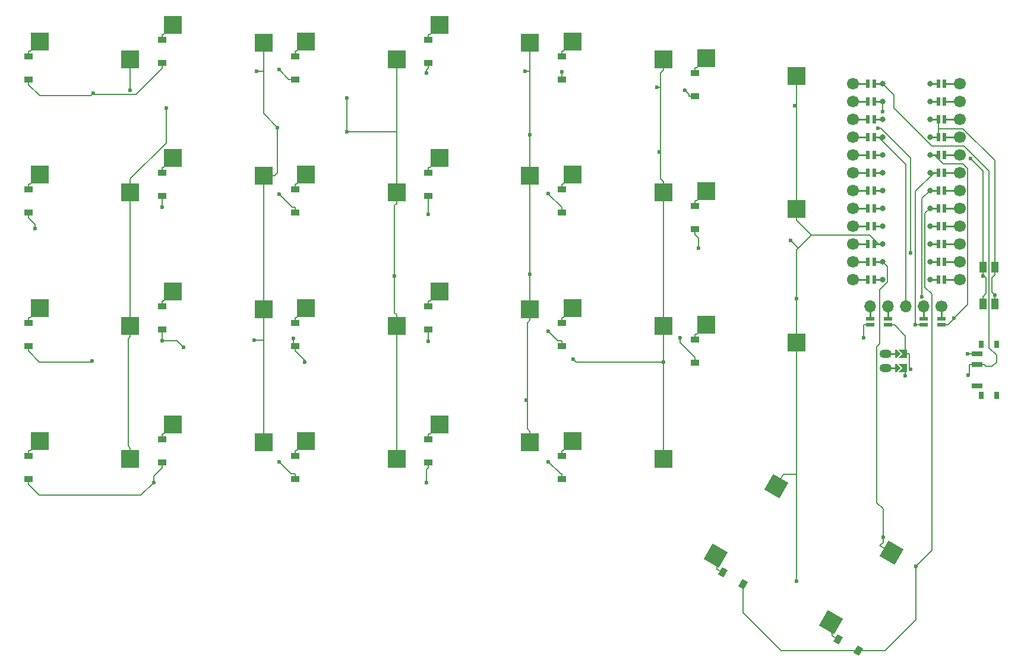
<source format=gbr>
%TF.GenerationSoftware,KiCad,Pcbnew,9.0.2*%
%TF.CreationDate,2025-06-15T23:24:51+08:00*%
%TF.ProjectId,eggada50_wireless_autorouted_manually_routed,65676761-6461-4353-905f-776972656c65,0.2*%
%TF.SameCoordinates,Original*%
%TF.FileFunction,Copper,L1,Top*%
%TF.FilePolarity,Positive*%
%FSLAX46Y46*%
G04 Gerber Fmt 4.6, Leading zero omitted, Abs format (unit mm)*
G04 Created by KiCad (PCBNEW 9.0.2) date 2025-06-15 23:24:51*
%MOMM*%
%LPD*%
G01*
G04 APERTURE LIST*
G04 Aperture macros list*
%AMRotRect*
0 Rectangle, with rotation*
0 The origin of the aperture is its center*
0 $1 length*
0 $2 width*
0 $3 Rotation angle, in degrees counterclockwise*
0 Add horizontal line*
21,1,$1,$2,0,0,$3*%
%AMFreePoly0*
4,1,6,0.600000,-1.000000,0.000000,-0.400000,-0.600000,-1.000000,-0.600000,0.250000,0.600000,0.250000,0.600000,-1.000000,0.600000,-1.000000,$1*%
%AMFreePoly1*
4,1,6,0.600000,-0.200000,0.600000,-0.400000,-0.600000,-0.400000,-0.600000,-0.200000,0.000000,0.400000,0.600000,-0.200000,0.600000,-0.200000,$1*%
G04 Aperture macros list end*
%TA.AperFunction,SMDPad,CuDef*%
%ADD10R,1.200000X0.900000*%
%TD*%
%TA.AperFunction,SMDPad,CuDef*%
%ADD11R,2.550000X2.500000*%
%TD*%
%TA.AperFunction,SMDPad,CuDef*%
%ADD12R,0.800000X1.000000*%
%TD*%
%TA.AperFunction,SMDPad,CuDef*%
%ADD13R,1.500000X0.700000*%
%TD*%
%TA.AperFunction,ComponentPad*%
%ADD14O,1.700000X1.700000*%
%TD*%
%TA.AperFunction,ComponentPad*%
%ADD15C,1.700000*%
%TD*%
%TA.AperFunction,SMDPad,CuDef*%
%ADD16R,1.200000X0.600000*%
%TD*%
%TA.AperFunction,SMDPad,CuDef*%
%ADD17FreePoly0,270.000000*%
%TD*%
%TA.AperFunction,ComponentPad*%
%ADD18O,1.750000X1.200000*%
%TD*%
%TA.AperFunction,SMDPad,CuDef*%
%ADD19FreePoly1,270.000000*%
%TD*%
%TA.AperFunction,SMDPad,CuDef*%
%ADD20R,1.000000X1.550000*%
%TD*%
%TA.AperFunction,SMDPad,CuDef*%
%ADD21RotRect,2.550000X2.500000X60.000000*%
%TD*%
%TA.AperFunction,SMDPad,CuDef*%
%ADD22R,0.600000X1.200000*%
%TD*%
%TA.AperFunction,ComponentPad*%
%ADD23C,0.800000*%
%TD*%
%TA.AperFunction,SMDPad,CuDef*%
%ADD24RotRect,0.900000X1.200000X150.000000*%
%TD*%
%TA.AperFunction,ViaPad*%
%ADD25C,0.600000*%
%TD*%
%TA.AperFunction,Conductor*%
%ADD26C,0.200000*%
%TD*%
%TA.AperFunction,Conductor*%
%ADD27C,0.250000*%
%TD*%
G04 APERTURE END LIST*
D10*
%TO.P,D31,1*%
%TO.N,R1*%
X111600000Y-78950000D03*
%TO.P,D31,2*%
%TO.N,pinky_bottom_F*%
X111600000Y-75650000D03*
%TD*%
D11*
%TO.P,S35,1*%
%TO.N,C2*%
X145085000Y-78460000D03*
%TO.P,S35,2*%
%TO.N,ring_bottom_F*%
X132158000Y-75920000D03*
%TD*%
D10*
%TO.P,D28,1*%
%TO.N,R2*%
X92600000Y-62325000D03*
%TO.P,D28,2*%
%TO.N,outer_home_F*%
X92600000Y-59025000D03*
%TD*%
%TO.P,D33,1*%
%TO.N,R3*%
X111600000Y-40950000D03*
%TO.P,D33,2*%
%TO.N,pinky_top_F*%
X111600000Y-37650000D03*
%TD*%
%TO.P,D47,1*%
%TO.N,R2*%
X187600000Y-64700000D03*
%TO.P,D47,2*%
%TO.N,inner_home_F*%
X187600000Y-61400000D03*
%TD*%
D12*
%TO.P,PWR1,*%
%TO.N,*%
X228415000Y-81100000D03*
X228415000Y-88400000D03*
X230625000Y-81100000D03*
X230625000Y-88400000D03*
D13*
%TO.P,PWR1,1*%
%TO.N,N/C*%
X227765000Y-87000000D03*
%TO.P,PWR1,2*%
%TO.N,RAW*%
X227765000Y-84000000D03*
%TO.P,PWR1,3*%
%TO.N,BAT_P*%
X227765000Y-82500000D03*
%TD*%
D14*
%TO.P,DISP1,1*%
%TO.N,DISP1_1*%
X212567000Y-75700000D03*
%TO.P,DISP1,2*%
%TO.N,DISP1_2*%
X215107000Y-75700000D03*
%TO.P,DISP1,3*%
%TO.N,VCC*%
X217647000Y-75700000D03*
%TO.P,DISP1,4*%
%TO.N,DISP1_4*%
X220187000Y-75700000D03*
D15*
%TO.P,DISP1,5*%
%TO.N,DISP1_5*%
X222727000Y-75700000D03*
D16*
%TO.P,DISP1,10*%
%TO.N,CS*%
X212567000Y-78350000D03*
%TO.P,DISP1,11*%
%TO.N,GND*%
X215107000Y-78350000D03*
%TO.P,DISP1,12*%
%TO.N,SCL*%
X220187000Y-78350000D03*
%TO.P,DISP1,13*%
%TO.N,SDA*%
X222727000Y-78350000D03*
%TO.P,DISP1,14*%
%TO.N,DISP1_1*%
X212567000Y-77450000D03*
%TO.P,DISP1,15*%
%TO.N,DISP1_2*%
X215107000Y-77450000D03*
%TO.P,DISP1,16*%
%TO.N,DISP1_4*%
X220187000Y-77450000D03*
%TO.P,DISP1,17*%
%TO.N,DISP1_5*%
X222727000Y-77450000D03*
%TD*%
D11*
%TO.P,S42,1*%
%TO.N,C4*%
X183085000Y-97460000D03*
%TO.P,S42,2*%
%TO.N,index_mod_F*%
X170158000Y-94920000D03*
%TD*%
D10*
%TO.P,D37,1*%
%TO.N,R3*%
X130600000Y-43325000D03*
%TO.P,D37,2*%
%TO.N,ring_top_F*%
X130600000Y-40025000D03*
%TD*%
%TO.P,D41,1*%
%TO.N,R3*%
X149600000Y-40950000D03*
%TO.P,D41,2*%
%TO.N,middle_top_F*%
X149600000Y-37650000D03*
%TD*%
D11*
%TO.P,S27,1*%
%TO.N,C0*%
X107085000Y-78460000D03*
%TO.P,S27,2*%
%TO.N,outer_bottom_F*%
X94158000Y-75920000D03*
%TD*%
%TO.P,S31,1*%
%TO.N,C1*%
X126085000Y-76085000D03*
%TO.P,S31,2*%
%TO.N,pinky_bottom_F*%
X113158000Y-73545000D03*
%TD*%
D17*
%TO.P,JST1,1*%
%TO.N,BAT_P*%
X217566000Y-84500000D03*
%TO.P,JST1,2*%
%TO.N,GND*%
X217566000Y-82500000D03*
D18*
%TO.P,JST1,11*%
%TO.N,JST1_1*%
X214750000Y-84500000D03*
%TO.P,JST1,12*%
%TO.N,JST1_2*%
X214750000Y-82500000D03*
D19*
%TO.P,JST1,21*%
%TO.N,JST1_1*%
X216550000Y-84500000D03*
%TO.P,JST1,22*%
%TO.N,JST1_2*%
X216550000Y-82500000D03*
%TD*%
D10*
%TO.P,D26,1*%
%TO.N,R0*%
X92600000Y-100325000D03*
%TO.P,D26,2*%
%TO.N,outer_mod_F*%
X92600000Y-97025000D03*
%TD*%
D20*
%TO.P,RST1,1*%
%TO.N,GND*%
X230350000Y-75375000D03*
%TO.P,RST1,2*%
%TO.N,RST*%
X228650000Y-75375000D03*
%TO.P,RST1,3*%
%TO.N,GND*%
X230350000Y-70125000D03*
%TO.P,RST1,4*%
%TO.N,RST*%
X228650000Y-70125000D03*
%TD*%
D11*
%TO.P,S28,1*%
%TO.N,C0*%
X107085000Y-59460000D03*
%TO.P,S28,2*%
%TO.N,outer_home_F*%
X94158000Y-56920000D03*
%TD*%
%TO.P,S38,1*%
%TO.N,C3*%
X164085000Y-95085000D03*
%TO.P,S38,2*%
%TO.N,middle_mod_F*%
X151158000Y-92545000D03*
%TD*%
D10*
%TO.P,D40,1*%
%TO.N,R2*%
X149600000Y-59950000D03*
%TO.P,D40,2*%
%TO.N,middle_home_F*%
X149600000Y-56650000D03*
%TD*%
D11*
%TO.P,S47,1*%
%TO.N,C5*%
X202085000Y-61835000D03*
%TO.P,S47,2*%
%TO.N,inner_home_F*%
X189158000Y-59295000D03*
%TD*%
%TO.P,S33,1*%
%TO.N,C1*%
X126085000Y-38085000D03*
%TO.P,S33,2*%
%TO.N,pinky_top_F*%
X113158000Y-35545000D03*
%TD*%
D10*
%TO.P,D34,1*%
%TO.N,R0*%
X130600000Y-100325000D03*
%TO.P,D34,2*%
%TO.N,ring_mod_F*%
X130600000Y-97025000D03*
%TD*%
D11*
%TO.P,S46,1*%
%TO.N,C5*%
X202085000Y-80835000D03*
%TO.P,S46,2*%
%TO.N,inner_bottom_F*%
X189158000Y-78295000D03*
%TD*%
D10*
%TO.P,D32,1*%
%TO.N,R2*%
X111600000Y-59950000D03*
%TO.P,D32,2*%
%TO.N,pinky_home_F*%
X111600000Y-56650000D03*
%TD*%
%TO.P,D38,1*%
%TO.N,R0*%
X149600000Y-97950000D03*
%TO.P,D38,2*%
%TO.N,middle_mod_F*%
X149600000Y-94650000D03*
%TD*%
D11*
%TO.P,S37,1*%
%TO.N,C2*%
X145085000Y-40460000D03*
%TO.P,S37,2*%
%TO.N,ring_top_F*%
X132158000Y-37920000D03*
%TD*%
D21*
%TO.P,S50,1*%
%TO.N,C6*%
X215647295Y-110834210D03*
%TO.P,S50,2*%
%TO.N,reachy_default_F*%
X206984091Y-120759320D03*
%TD*%
D10*
%TO.P,D48,1*%
%TO.N,R3*%
X187600000Y-45700000D03*
%TO.P,D48,2*%
%TO.N,inner_top_F*%
X187600000Y-42400000D03*
%TD*%
%TO.P,D45,1*%
%TO.N,R3*%
X168600000Y-43325000D03*
%TO.P,D45,2*%
%TO.N,index_top_F*%
X168600000Y-40025000D03*
%TD*%
D11*
%TO.P,S39,1*%
%TO.N,C3*%
X164085000Y-76085000D03*
%TO.P,S39,2*%
%TO.N,middle_bottom_F*%
X151158000Y-73545000D03*
%TD*%
D22*
%TO.P,MCU1,1*%
%TO.N,MCU1_1*%
X223184000Y-43920000D03*
D15*
X225324000Y-43920000D03*
D22*
%TO.P,MCU1,2*%
%TO.N,MCU1_2*%
X223184000Y-46460000D03*
D15*
X225324000Y-46460000D03*
D22*
%TO.P,MCU1,3*%
%TO.N,MCU1_3*%
X223184000Y-49000000D03*
D15*
X225324000Y-49000000D03*
D22*
%TO.P,MCU1,4*%
%TO.N,MCU1_4*%
X223184000Y-51540000D03*
D15*
X225324000Y-51540000D03*
D22*
%TO.P,MCU1,5*%
%TO.N,MCU1_5*%
X223184000Y-54080000D03*
D15*
X225324000Y-54080000D03*
D22*
%TO.P,MCU1,6*%
%TO.N,MCU1_6*%
X223184000Y-56620000D03*
D15*
X225324000Y-56620000D03*
D22*
%TO.P,MCU1,7*%
%TO.N,MCU1_7*%
X223184000Y-59160000D03*
D15*
X225324000Y-59160000D03*
D22*
%TO.P,MCU1,8*%
%TO.N,MCU1_8*%
X223184000Y-61700000D03*
D15*
X225324000Y-61700000D03*
D22*
%TO.P,MCU1,9*%
%TO.N,MCU1_9*%
X223184000Y-64240000D03*
D15*
X225324000Y-64240000D03*
D22*
%TO.P,MCU1,10*%
%TO.N,MCU1_10*%
X223184000Y-66780000D03*
D15*
X225324000Y-66780000D03*
D22*
%TO.P,MCU1,11*%
%TO.N,MCU1_11*%
X223184000Y-69320000D03*
D15*
X225324000Y-69320000D03*
D22*
%TO.P,MCU1,12*%
%TO.N,MCU1_12*%
X223184000Y-71860000D03*
D15*
X225324000Y-71860000D03*
%TO.P,MCU1,13*%
%TO.N,MCU1_13*%
X210084000Y-71860000D03*
D22*
X212224000Y-71860000D03*
D15*
%TO.P,MCU1,14*%
%TO.N,MCU1_14*%
X210084000Y-69320000D03*
D22*
X212224000Y-69320000D03*
D15*
%TO.P,MCU1,15*%
%TO.N,MCU1_15*%
X210084000Y-66780000D03*
D22*
X212224000Y-66780000D03*
D15*
%TO.P,MCU1,16*%
%TO.N,MCU1_16*%
X210084000Y-64240000D03*
D22*
X212224000Y-64240000D03*
D15*
%TO.P,MCU1,17*%
%TO.N,MCU1_17*%
X210084000Y-61700000D03*
D22*
X212224000Y-61700000D03*
D15*
%TO.P,MCU1,18*%
%TO.N,MCU1_18*%
X210084000Y-59160000D03*
D22*
X212224000Y-59160000D03*
D15*
%TO.P,MCU1,19*%
%TO.N,MCU1_19*%
X210084000Y-56620000D03*
D22*
X212224000Y-56620000D03*
D15*
%TO.P,MCU1,20*%
%TO.N,MCU1_20*%
X210084000Y-54080000D03*
D22*
X212224000Y-54080000D03*
D15*
%TO.P,MCU1,21*%
%TO.N,MCU1_21*%
X210084000Y-51540000D03*
D22*
X212224000Y-51540000D03*
D15*
%TO.P,MCU1,22*%
%TO.N,MCU1_22*%
X210084000Y-49000000D03*
D22*
X212224000Y-49000000D03*
D15*
%TO.P,MCU1,23*%
%TO.N,MCU1_23*%
X210084000Y-46460000D03*
D22*
X212224000Y-46460000D03*
D15*
%TO.P,MCU1,24*%
%TO.N,MCU1_24*%
X210084000Y-43920000D03*
D22*
X212224000Y-43920000D03*
D23*
%TO.P,MCU1,101*%
%TO.N,LED*%
X221104000Y-43920000D03*
D22*
X222284000Y-43920000D03*
D23*
%TO.P,MCU1,102*%
%TO.N,DAT*%
X221104000Y-46460000D03*
D22*
X222284000Y-46460000D03*
D23*
%TO.P,MCU1,103*%
%TO.N,GND*%
X221104000Y-49000000D03*
D22*
X222284000Y-49000000D03*
D23*
%TO.P,MCU1,104*%
X221104000Y-51540000D03*
D22*
X222284000Y-51540000D03*
D23*
%TO.P,MCU1,105*%
%TO.N,SDA*%
X221104000Y-54080000D03*
D22*
X222284000Y-54080000D03*
D23*
%TO.P,MCU1,106*%
%TO.N,SCL*%
X221104000Y-56620000D03*
D22*
X222284000Y-56620000D03*
D23*
%TO.P,MCU1,107*%
%TO.N,CS*%
X221104000Y-59160000D03*
D22*
X222284000Y-59160000D03*
D23*
%TO.P,MCU1,108*%
%TO.N,R0*%
X221104000Y-61700000D03*
D22*
X222284000Y-61700000D03*
D23*
%TO.P,MCU1,109*%
%TO.N,R1*%
X221104000Y-64240000D03*
D22*
X222284000Y-64240000D03*
D23*
%TO.P,MCU1,110*%
%TO.N,R2*%
X221104000Y-66780000D03*
D22*
X222284000Y-66780000D03*
D23*
%TO.P,MCU1,111*%
%TO.N,R3*%
X221104000Y-69320000D03*
D22*
X222284000Y-69320000D03*
D23*
%TO.P,MCU1,112*%
%TO.N,P9*%
X221104000Y-71860000D03*
D22*
X222284000Y-71860000D03*
%TO.P,MCU1,113*%
%TO.N,P10*%
X213124000Y-71860000D03*
D23*
X214304000Y-71860000D03*
D22*
%TO.P,MCU1,114*%
%TO.N,C6*%
X213124000Y-69320000D03*
D23*
X214304000Y-69320000D03*
D22*
%TO.P,MCU1,115*%
%TO.N,C5*%
X213124000Y-66780000D03*
D23*
X214304000Y-66780000D03*
D22*
%TO.P,MCU1,116*%
%TO.N,C4*%
X213124000Y-64240000D03*
D23*
X214304000Y-64240000D03*
D22*
%TO.P,MCU1,117*%
%TO.N,C3*%
X213124000Y-61700000D03*
D23*
X214304000Y-61700000D03*
D22*
%TO.P,MCU1,118*%
%TO.N,C2*%
X213124000Y-59160000D03*
D23*
X214304000Y-59160000D03*
D22*
%TO.P,MCU1,119*%
%TO.N,C1*%
X213124000Y-56620000D03*
D23*
X214304000Y-56620000D03*
D22*
%TO.P,MCU1,120*%
%TO.N,C0*%
X213124000Y-54080000D03*
D23*
X214304000Y-54080000D03*
D22*
%TO.P,MCU1,121*%
%TO.N,VCC*%
X213124000Y-51540000D03*
D23*
X214304000Y-51540000D03*
D22*
%TO.P,MCU1,122*%
%TO.N,RST*%
X213124000Y-49000000D03*
D23*
X214304000Y-49000000D03*
D22*
%TO.P,MCU1,123*%
%TO.N,GND*%
X213124000Y-46460000D03*
D23*
X214304000Y-46460000D03*
D22*
%TO.P,MCU1,124*%
%TO.N,RAW*%
X213124000Y-43920000D03*
D23*
X214304000Y-43920000D03*
%TD*%
D11*
%TO.P,S34,1*%
%TO.N,C2*%
X145085000Y-97460000D03*
%TO.P,S34,2*%
%TO.N,ring_mod_F*%
X132158000Y-94920000D03*
%TD*%
D10*
%TO.P,D29,1*%
%TO.N,R3*%
X92600000Y-43325000D03*
%TO.P,D29,2*%
%TO.N,outer_top_F*%
X92600000Y-40025000D03*
%TD*%
D21*
%TO.P,S49,1*%
%TO.N,C5*%
X199192795Y-101334210D03*
%TO.P,S49,2*%
%TO.N,tucky_default_F*%
X190529591Y-111259320D03*
%TD*%
D10*
%TO.P,D36,1*%
%TO.N,R2*%
X130600000Y-62325000D03*
%TO.P,D36,2*%
%TO.N,ring_home_F*%
X130600000Y-59025000D03*
%TD*%
%TO.P,D35,1*%
%TO.N,R1*%
X130600000Y-81325000D03*
%TO.P,D35,2*%
%TO.N,ring_bottom_F*%
X130600000Y-78025000D03*
%TD*%
D11*
%TO.P,S32,1*%
%TO.N,C1*%
X126085000Y-57085000D03*
%TO.P,S32,2*%
%TO.N,pinky_home_F*%
X113158000Y-54545000D03*
%TD*%
%TO.P,S44,1*%
%TO.N,C4*%
X183085000Y-59460000D03*
%TO.P,S44,2*%
%TO.N,index_home_F*%
X170158000Y-56920000D03*
%TD*%
D10*
%TO.P,D46,1*%
%TO.N,R1*%
X187600000Y-83700000D03*
%TO.P,D46,2*%
%TO.N,inner_bottom_F*%
X187600000Y-80400000D03*
%TD*%
D11*
%TO.P,S48,1*%
%TO.N,C5*%
X202085000Y-42835000D03*
%TO.P,S48,2*%
%TO.N,inner_top_F*%
X189158000Y-40295000D03*
%TD*%
D10*
%TO.P,D39,1*%
%TO.N,R1*%
X149600000Y-78950000D03*
%TO.P,D39,2*%
%TO.N,middle_bottom_F*%
X149600000Y-75650000D03*
%TD*%
%TO.P,D30,1*%
%TO.N,R0*%
X111600000Y-97950000D03*
%TO.P,D30,2*%
%TO.N,pinky_mod_F*%
X111600000Y-94650000D03*
%TD*%
D11*
%TO.P,S45,1*%
%TO.N,C4*%
X183085000Y-40460000D03*
%TO.P,S45,2*%
%TO.N,index_top_F*%
X170158000Y-37920000D03*
%TD*%
D10*
%TO.P,D27,1*%
%TO.N,R1*%
X92600000Y-81325000D03*
%TO.P,D27,2*%
%TO.N,outer_bottom_F*%
X92600000Y-78025000D03*
%TD*%
D24*
%TO.P,D50,1*%
%TO.N,R0*%
X210885942Y-124811100D03*
%TO.P,D50,2*%
%TO.N,reachy_default_F*%
X208028058Y-123161100D03*
%TD*%
D11*
%TO.P,S40,1*%
%TO.N,C3*%
X164085000Y-57085000D03*
%TO.P,S40,2*%
%TO.N,middle_home_F*%
X151158000Y-54545000D03*
%TD*%
%TO.P,S36,1*%
%TO.N,C2*%
X145085000Y-59460000D03*
%TO.P,S36,2*%
%TO.N,ring_home_F*%
X132158000Y-56920000D03*
%TD*%
%TO.P,S29,1*%
%TO.N,C0*%
X107085000Y-40460000D03*
%TO.P,S29,2*%
%TO.N,outer_top_F*%
X94158000Y-37920000D03*
%TD*%
D24*
%TO.P,D49,1*%
%TO.N,R0*%
X194431442Y-115311100D03*
%TO.P,D49,2*%
%TO.N,tucky_default_F*%
X191573558Y-113661100D03*
%TD*%
D10*
%TO.P,D44,1*%
%TO.N,R2*%
X168600000Y-62325000D03*
%TO.P,D44,2*%
%TO.N,index_home_F*%
X168600000Y-59025000D03*
%TD*%
D11*
%TO.P,S41,1*%
%TO.N,C3*%
X164085000Y-38085000D03*
%TO.P,S41,2*%
%TO.N,middle_top_F*%
X151158000Y-35545000D03*
%TD*%
%TO.P,S43,1*%
%TO.N,C4*%
X183085000Y-78460000D03*
%TO.P,S43,2*%
%TO.N,index_bottom_F*%
X170158000Y-75920000D03*
%TD*%
D10*
%TO.P,D42,1*%
%TO.N,R0*%
X168600000Y-100325000D03*
%TO.P,D42,2*%
%TO.N,index_mod_F*%
X168600000Y-97025000D03*
%TD*%
D11*
%TO.P,S26,1*%
%TO.N,C0*%
X107085000Y-97460000D03*
%TO.P,S26,2*%
%TO.N,outer_mod_F*%
X94158000Y-94920000D03*
%TD*%
%TO.P,S30,1*%
%TO.N,C1*%
X126085000Y-95085000D03*
%TO.P,S30,2*%
%TO.N,pinky_mod_F*%
X113158000Y-92545000D03*
%TD*%
D10*
%TO.P,D43,1*%
%TO.N,R1*%
X168600000Y-81325000D03*
%TO.P,D43,2*%
%TO.N,index_bottom_F*%
X168600000Y-78025000D03*
%TD*%
D25*
%TO.N,C4*%
X170220000Y-83190000D03*
%TO.N,C0*%
X112218500Y-47380900D03*
X107085000Y-44829600D03*
%TO.N,GND*%
X218319700Y-84702000D03*
X214304000Y-47955000D03*
X230350000Y-74068600D03*
%TO.N,C1*%
X128091500Y-50163900D03*
X125123600Y-42187600D03*
X124757200Y-80479500D03*
%TO.N,C2*%
X138009300Y-46008300D03*
X138009300Y-50814000D03*
X144778800Y-71372700D03*
%TO.N,C3*%
X164085000Y-71098000D03*
X164085000Y-51234300D03*
X163358000Y-42200000D03*
X163542600Y-89033700D03*
%TO.N,C4*%
X183085000Y-83630100D03*
X182535000Y-53711700D03*
X182150800Y-44480900D03*
%TO.N,C5*%
X202027100Y-114880600D03*
X201769000Y-47082800D03*
X202085000Y-74555600D03*
X201202300Y-66312300D03*
%TO.N,C6*%
X214406200Y-108650800D03*
%TO.N,R0*%
X219084100Y-112751000D03*
X110429300Y-100807700D03*
X149327900Y-100807700D03*
X128320000Y-97864200D03*
X166712500Y-97864200D03*
%TO.N,R1*%
X185500000Y-80203200D03*
X101644300Y-83454000D03*
X130346800Y-80292500D03*
X114710200Y-81504500D03*
X111600000Y-80573300D03*
X149600000Y-80692500D03*
X166712500Y-79220700D03*
X131942900Y-83627300D03*
%TO.N,R2*%
X111600000Y-61573300D03*
X188064900Y-67360000D03*
X93493600Y-64621800D03*
X128320000Y-59702700D03*
X166712500Y-59598700D03*
X149600000Y-62542200D03*
%TO.N,R3*%
X186138800Y-44881200D03*
X213657700Y-50270000D03*
X128320000Y-41937700D03*
X168600000Y-42272200D03*
X149327900Y-42404700D03*
X218338900Y-68055000D03*
X101777700Y-45321300D03*
%TO.N,RAW*%
X226501700Y-85500000D03*
%TO.N,RST*%
X228650000Y-71401800D03*
X226877200Y-54637600D03*
%TO.N,SDA*%
X224509300Y-77423000D03*
%TO.N,SCL*%
X219030700Y-78350000D03*
%TO.N,CS*%
X211665300Y-80201100D03*
X219952500Y-74329700D03*
%TO.N,BAT_P*%
X226425800Y-82500000D03*
X217566000Y-85634000D03*
%TD*%
D26*
%TO.N,C4*%
X170220000Y-83190000D02*
X170660100Y-83630100D01*
X170660100Y-83630100D02*
X183085000Y-83630100D01*
%TO.N,C5*%
X202085000Y-114822700D02*
X202027100Y-114880600D01*
X202085000Y-99550800D02*
X202085000Y-114822700D01*
X202085000Y-99550800D02*
X202027100Y-99608700D01*
%TO.N,R0*%
X219084100Y-120415900D02*
X219084100Y-112751000D01*
X214688900Y-124811100D02*
X219084100Y-120415900D01*
X210885942Y-124811100D02*
X214688900Y-124811100D01*
X199891100Y-124811100D02*
X210885942Y-124811100D01*
X194431442Y-115311100D02*
X194431442Y-119351442D01*
X194431442Y-119351442D02*
X199891100Y-124811100D01*
%TO.N,C0*%
X106778800Y-95602100D02*
X107085000Y-95908300D01*
X107085000Y-57510000D02*
X112218500Y-52376500D01*
X107085000Y-78460000D02*
X107085000Y-80011700D01*
X107085000Y-80011700D02*
X106778800Y-80317900D01*
D27*
X213124000Y-54080000D02*
X214304000Y-54080000D01*
D26*
X106778800Y-80317900D02*
X106778800Y-95602100D01*
X107085000Y-59460000D02*
X107085000Y-57510000D01*
X107085000Y-97460000D02*
X107085000Y-95908300D01*
X112218500Y-52376500D02*
X112218500Y-47380900D01*
X107085000Y-40460000D02*
X107085000Y-44829600D01*
X107085000Y-59460000D02*
X107085000Y-78460000D01*
%TO.N,GND*%
X230350000Y-54892500D02*
X225802400Y-50344900D01*
X216008700Y-78350000D02*
X217566000Y-79907300D01*
X215107000Y-78350000D02*
X216008700Y-78350000D01*
X222284000Y-51540000D02*
X222284000Y-50344900D01*
X225802400Y-50344900D02*
X222284000Y-50344900D01*
X222284000Y-50344900D02*
X222284000Y-49000000D01*
X230350000Y-71201700D02*
X229902900Y-71648800D01*
X230350000Y-70663300D02*
X230350000Y-71201700D01*
X229902900Y-71648800D02*
X229902900Y-73621500D01*
D27*
X222284000Y-51540000D02*
X221104000Y-51540000D01*
D26*
X214304000Y-46460000D02*
X214304000Y-47955000D01*
X230350000Y-70663300D02*
X230350000Y-70125000D01*
X218117700Y-82500000D02*
X218117700Y-84500000D01*
D27*
X213124000Y-46460000D02*
X214304000Y-46460000D01*
D26*
X230350000Y-70125000D02*
X230350000Y-54892500D01*
X229902900Y-73621500D02*
X230350000Y-74068600D01*
X230350000Y-75375000D02*
X230350000Y-74836600D01*
X217566000Y-82500000D02*
X218117700Y-82500000D01*
D27*
X222284000Y-49000000D02*
X221104000Y-49000000D01*
D26*
X230350000Y-74836600D02*
X230350000Y-74068600D01*
X218117700Y-84500000D02*
X218319700Y-84702000D01*
X217566000Y-79907300D02*
X217566000Y-82500000D01*
%TO.N,C1*%
X126085000Y-48157400D02*
X128091500Y-50163900D01*
X126873400Y-57085000D02*
X127661700Y-57085000D01*
X126085000Y-57873400D02*
X126085000Y-76085000D01*
X126873400Y-57085000D02*
X126085000Y-57873400D01*
X126085000Y-80479500D02*
X124757200Y-80479500D01*
X125123600Y-42187600D02*
X126085000Y-42187600D01*
X126085000Y-57085000D02*
X126873400Y-57085000D01*
X128091500Y-56655200D02*
X128091500Y-50163900D01*
X126085000Y-42187600D02*
X126085000Y-48157400D01*
X126085000Y-80479500D02*
X126085000Y-93533300D01*
X126085000Y-76085000D02*
X126085000Y-80479500D01*
D27*
X213124000Y-56620000D02*
X214304000Y-56620000D01*
D26*
X127661700Y-57085000D02*
X128091500Y-56655200D01*
X126085000Y-38085000D02*
X126085000Y-42187600D01*
X126085000Y-95085000D02*
X126085000Y-93533300D01*
%TO.N,C2*%
X145085000Y-40460000D02*
X145085000Y-50814000D01*
X138009300Y-50814000D02*
X138009300Y-46008300D01*
X144778800Y-61317900D02*
X144778800Y-71372700D01*
X144778800Y-76602100D02*
X145085000Y-76908300D01*
X144778800Y-71372700D02*
X144778800Y-76602100D01*
D27*
X213124000Y-59160000D02*
X214304000Y-59160000D01*
D26*
X145085000Y-59460000D02*
X145085000Y-61011700D01*
X145085000Y-78460000D02*
X145085000Y-76908300D01*
X145085000Y-61011700D02*
X144778800Y-61317900D01*
X145085000Y-50814000D02*
X145085000Y-59460000D01*
X145085000Y-78460000D02*
X145085000Y-97460000D01*
X145085000Y-50814000D02*
X138009300Y-50814000D01*
%TO.N,C3*%
X164085000Y-42200000D02*
X164085000Y-51234300D01*
X164085000Y-51234300D02*
X164085000Y-57085000D01*
X164085000Y-71098000D02*
X164085000Y-76085000D01*
X163702200Y-93150500D02*
X164085000Y-93533300D01*
X163702200Y-78019500D02*
X163702200Y-89033700D01*
X164085000Y-77636700D02*
X163702200Y-78019500D01*
X163358000Y-42200000D02*
X164085000Y-42200000D01*
X163702200Y-89033700D02*
X163702200Y-93150500D01*
X164085000Y-76085000D02*
X164085000Y-77636700D01*
D27*
X213124000Y-61700000D02*
X214304000Y-61700000D01*
D26*
X164085000Y-57085000D02*
X164085000Y-71098000D01*
X164085000Y-38085000D02*
X164085000Y-42200000D01*
X164085000Y-95085000D02*
X164085000Y-93533300D01*
X163702200Y-89033700D02*
X163542600Y-89033700D01*
%TO.N,C4*%
X182702200Y-53711700D02*
X182702200Y-57525500D01*
X183085000Y-59460000D02*
X183085000Y-57908300D01*
X183085000Y-83630100D02*
X183085000Y-97460000D01*
X182702200Y-44480900D02*
X182702200Y-53711700D01*
X183085000Y-42011700D02*
X182702200Y-42394500D01*
X183085000Y-59460000D02*
X183085000Y-78460000D01*
X182150800Y-44480900D02*
X182702200Y-44480900D01*
X183085000Y-40460000D02*
X183085000Y-42011700D01*
X182702200Y-42394500D02*
X182702200Y-44480900D01*
X183085000Y-82949800D02*
X183085000Y-83630100D01*
D27*
X213124000Y-64240000D02*
X214304000Y-64240000D01*
D26*
X182702200Y-53711700D02*
X182535000Y-53711700D01*
X182702200Y-57525500D02*
X183085000Y-57908300D01*
X183085000Y-78460000D02*
X183085000Y-82949800D01*
%TO.N,C5*%
X202304200Y-67414100D02*
X202085000Y-67633300D01*
X202085000Y-61835000D02*
X202085000Y-63386700D01*
X212444000Y-65510000D02*
X204208300Y-65510000D01*
X202085000Y-47082800D02*
X202085000Y-61835000D01*
X204208300Y-65510000D02*
X202085000Y-63386700D01*
X213714000Y-66780000D02*
X212444000Y-65510000D01*
X200189100Y-99608700D02*
X202027100Y-99608700D01*
X201202300Y-66312300D02*
X202304200Y-67414100D01*
X201769000Y-47082800D02*
X202085000Y-47082800D01*
X202085000Y-74555600D02*
X202085000Y-80835000D01*
X202085000Y-67633300D02*
X202085000Y-74555600D01*
X202085000Y-42835000D02*
X202085000Y-47082800D01*
D27*
X213124000Y-66780000D02*
X213714000Y-66780000D01*
X213714000Y-66780000D02*
X214304000Y-66780000D01*
D26*
X199192800Y-101334200D02*
X200189100Y-99608700D01*
X202085000Y-80835000D02*
X202085000Y-99550800D01*
X204208300Y-65510000D02*
X202304200Y-67414100D01*
%TO.N,C6*%
X213923700Y-81029300D02*
X213527400Y-81425600D01*
X214304000Y-69320000D02*
X215010800Y-70026800D01*
X214406200Y-109378400D02*
X213937600Y-109847000D01*
X213527400Y-81425600D02*
X213527400Y-103702900D01*
D27*
X213124000Y-69320000D02*
X214304000Y-69320000D01*
D26*
X214406200Y-104581700D02*
X214406200Y-108650800D01*
X214406200Y-108650800D02*
X214406200Y-109378400D01*
X213527400Y-103702900D02*
X214406200Y-104581700D01*
X215010800Y-70026800D02*
X215010800Y-72244300D01*
X215010800Y-72244300D02*
X213923700Y-73331400D01*
X213923700Y-73331400D02*
X213923700Y-81029300D01*
X215647300Y-110834200D02*
X213937600Y-109847000D01*
%TO.N,R0*%
X168600000Y-100325000D02*
X168600000Y-99573300D01*
X92600000Y-100325000D02*
X92600000Y-101076700D01*
X220368700Y-72965800D02*
X220368700Y-62435300D01*
X111600000Y-98701700D02*
X110429300Y-99872400D01*
D27*
X222284000Y-61700000D02*
X221104000Y-61700000D01*
D26*
X111600000Y-97950000D02*
X111600000Y-98701700D01*
X221347700Y-73944800D02*
X220368700Y-72965800D01*
X130600000Y-100325000D02*
X130600000Y-99573300D01*
X168421600Y-99573300D02*
X166712500Y-97864200D01*
X92600000Y-101076700D02*
X94132200Y-102608900D01*
X220368700Y-62435300D02*
X221104000Y-61700000D01*
X94132200Y-102608900D02*
X108628100Y-102608900D01*
X130600000Y-99573300D02*
X130029100Y-99573300D01*
X110429300Y-99872400D02*
X110429300Y-100807700D01*
X108628100Y-102608900D02*
X110429300Y-100807700D01*
X130029100Y-99573300D02*
X128320000Y-97864200D01*
X149600000Y-98701700D02*
X149327900Y-98973800D01*
X149327900Y-98973800D02*
X149327900Y-100807700D01*
X149600000Y-97950000D02*
X149600000Y-98701700D01*
X168600000Y-99573300D02*
X168421600Y-99573300D01*
X221347700Y-110487400D02*
X221347700Y-73944800D01*
X219084100Y-112751000D02*
X221347700Y-110487400D01*
%TO.N,R1*%
X113779000Y-80573300D02*
X114710200Y-81504500D01*
X185500000Y-80848300D02*
X185500000Y-80203200D01*
X168600000Y-80573300D02*
X168065100Y-80573300D01*
X111600000Y-79701700D02*
X111600000Y-80573300D01*
X130600000Y-81325000D02*
X130600000Y-81700800D01*
X130600000Y-81700800D02*
X130600000Y-82076700D01*
X131942900Y-83419600D02*
X131942900Y-83627300D01*
X130346800Y-81447600D02*
X130346800Y-80292500D01*
D27*
X222284000Y-64240000D02*
X221104000Y-64240000D01*
D26*
X101486000Y-83612300D02*
X101644300Y-83454000D01*
X92600000Y-82076700D02*
X94135600Y-83612300D01*
X130600000Y-81700800D02*
X130346800Y-81447600D01*
X187600000Y-83700000D02*
X187600000Y-82948300D01*
X130600000Y-82076700D02*
X131942900Y-83419600D01*
X168065100Y-80573300D02*
X166712500Y-79220700D01*
X111600000Y-80573300D02*
X113779000Y-80573300D01*
X168600000Y-81325000D02*
X168600000Y-80573300D01*
X111600000Y-78950000D02*
X111600000Y-79701700D01*
X92600000Y-81325000D02*
X92600000Y-82076700D01*
X149600000Y-78950000D02*
X149600000Y-80692500D01*
X187600000Y-82948300D02*
X185500000Y-80848300D01*
X94135600Y-83612300D02*
X101486000Y-83612300D01*
%TO.N,R2*%
X187600000Y-64700000D02*
X187600000Y-65451700D01*
X188064900Y-65916600D02*
X188064900Y-67360000D01*
X130600000Y-62325000D02*
X130600000Y-61573300D01*
X149600000Y-60701700D02*
X149600000Y-62542200D01*
X149600000Y-59950000D02*
X149600000Y-60701700D01*
X130600000Y-61573300D02*
X130190600Y-61573300D01*
X168600000Y-62325000D02*
X168600000Y-61573300D01*
D27*
X222284000Y-66780000D02*
X221104000Y-66780000D01*
D26*
X92600000Y-62325000D02*
X92600000Y-63076700D01*
X92600000Y-63076700D02*
X93493600Y-63970300D01*
X111600000Y-60701700D02*
X111600000Y-61573300D01*
X111600000Y-59950000D02*
X111600000Y-60701700D01*
X130190600Y-61573300D02*
X128320000Y-59702700D01*
X166712500Y-59685800D02*
X166712500Y-59598700D01*
X168600000Y-61573300D02*
X166712500Y-59685800D01*
X93493600Y-63970300D02*
X93493600Y-64621800D01*
X187600000Y-65451700D02*
X188064900Y-65916600D01*
%TO.N,R3*%
X111600000Y-40950000D02*
X111600000Y-41701700D01*
X101777700Y-45321300D02*
X101887700Y-45431300D01*
X92600000Y-44076700D02*
X94186100Y-45662800D01*
X101436200Y-45662800D02*
X101777700Y-45321300D01*
X101887700Y-45431300D02*
X107870400Y-45431300D01*
X214096800Y-50270000D02*
X213657700Y-50270000D01*
X94186100Y-45662800D02*
X101436200Y-45662800D01*
X149600000Y-41701700D02*
X149327900Y-41973800D01*
X149600000Y-40950000D02*
X149600000Y-41701700D01*
X218338900Y-68055000D02*
X218338900Y-54512100D01*
X186698300Y-45700000D02*
X186698300Y-45440700D01*
X107870400Y-45431300D02*
X111600000Y-41701700D01*
X218338900Y-54512100D02*
X214096800Y-50270000D01*
X149327900Y-41973800D02*
X149327900Y-42404700D01*
X186698300Y-45440700D02*
X186138800Y-44881200D01*
X129698300Y-43325000D02*
X129698300Y-43316000D01*
X168600000Y-43325000D02*
X168600000Y-42272200D01*
X92600000Y-43325000D02*
X92600000Y-44076700D01*
X187600000Y-45700000D02*
X186698300Y-45700000D01*
D27*
X222284000Y-69320000D02*
X221104000Y-69320000D01*
D26*
X130600000Y-43325000D02*
X129698300Y-43325000D01*
X129698300Y-43316000D02*
X128320000Y-41937700D01*
%TO.N,outer_mod_F*%
X92804700Y-96273300D02*
X94158000Y-94920000D01*
X92600000Y-97025000D02*
X92600000Y-96273300D01*
X92600000Y-96273300D02*
X92804700Y-96273300D01*
%TO.N,outer_bottom_F*%
X92600000Y-78025000D02*
X92600000Y-77273300D01*
X92804700Y-77273300D02*
X94158000Y-75920000D01*
X92600000Y-77273300D02*
X92804700Y-77273300D01*
%TO.N,outer_home_F*%
X92600000Y-58273300D02*
X92804700Y-58273300D01*
X92600000Y-59025000D02*
X92600000Y-58273300D01*
X92804700Y-58273300D02*
X94158000Y-56920000D01*
%TO.N,outer_top_F*%
X92600000Y-39273300D02*
X92804700Y-39273300D01*
X92600000Y-40025000D02*
X92600000Y-39273300D01*
X92804700Y-39273300D02*
X94158000Y-37920000D01*
%TO.N,pinky_mod_F*%
X111600000Y-93898300D02*
X111804700Y-93898300D01*
X111804700Y-93898300D02*
X113158000Y-92545000D01*
X111600000Y-94650000D02*
X111600000Y-93898300D01*
%TO.N,pinky_bottom_F*%
X111804700Y-74898300D02*
X113158000Y-73545000D01*
X111600000Y-75650000D02*
X111600000Y-74898300D01*
X111600000Y-74898300D02*
X111804700Y-74898300D01*
%TO.N,pinky_home_F*%
X111600000Y-56650000D02*
X111600000Y-55898300D01*
X111804700Y-55898300D02*
X113158000Y-54545000D01*
X111600000Y-55898300D02*
X111804700Y-55898300D01*
%TO.N,pinky_top_F*%
X111804700Y-36898300D02*
X113158000Y-35545000D01*
X111600000Y-36898300D02*
X111804700Y-36898300D01*
X111600000Y-37650000D02*
X111600000Y-36898300D01*
%TO.N,ring_mod_F*%
X130804700Y-96273300D02*
X132158000Y-94920000D01*
X130600000Y-97025000D02*
X130600000Y-96273300D01*
X130600000Y-96273300D02*
X130804700Y-96273300D01*
%TO.N,ring_bottom_F*%
X130804700Y-77273300D02*
X132158000Y-75920000D01*
X130600000Y-77273300D02*
X130804700Y-77273300D01*
X130600000Y-78025000D02*
X130600000Y-77273300D01*
%TO.N,ring_home_F*%
X130600000Y-59025000D02*
X130600000Y-58273300D01*
X130600000Y-58273300D02*
X130804700Y-58273300D01*
X130804700Y-58273300D02*
X132158000Y-56920000D01*
%TO.N,ring_top_F*%
X130804700Y-39273300D02*
X132158000Y-37920000D01*
X130600000Y-39273300D02*
X130804700Y-39273300D01*
X130600000Y-40025000D02*
X130600000Y-39273300D01*
%TO.N,middle_mod_F*%
X149804700Y-93898300D02*
X151158000Y-92545000D01*
X149600000Y-93898300D02*
X149804700Y-93898300D01*
X149600000Y-94650000D02*
X149600000Y-93898300D01*
%TO.N,middle_bottom_F*%
X149600000Y-74898300D02*
X149804700Y-74898300D01*
X149804700Y-74898300D02*
X151158000Y-73545000D01*
X149600000Y-75650000D02*
X149600000Y-74898300D01*
%TO.N,middle_home_F*%
X149600000Y-55898300D02*
X149804700Y-55898300D01*
X149804700Y-55898300D02*
X151158000Y-54545000D01*
X149600000Y-56650000D02*
X149600000Y-55898300D01*
%TO.N,middle_top_F*%
X149600000Y-37650000D02*
X149600000Y-36898300D01*
X149600000Y-36898300D02*
X149804700Y-36898300D01*
X149804700Y-36898300D02*
X151158000Y-35545000D01*
%TO.N,index_mod_F*%
X168600000Y-96273300D02*
X168804700Y-96273300D01*
X168600000Y-97025000D02*
X168600000Y-96273300D01*
X168804700Y-96273300D02*
X170158000Y-94920000D01*
%TO.N,index_bottom_F*%
X168804700Y-77273300D02*
X170158000Y-75920000D01*
X168600000Y-78025000D02*
X168600000Y-77273300D01*
X168600000Y-77273300D02*
X168804700Y-77273300D01*
%TO.N,index_home_F*%
X168600000Y-58273300D02*
X168804700Y-58273300D01*
X168600000Y-59025000D02*
X168600000Y-58273300D01*
X168804700Y-58273300D02*
X170158000Y-56920000D01*
%TO.N,index_top_F*%
X168600000Y-40025000D02*
X168600000Y-39273300D01*
X168804700Y-39273300D02*
X170158000Y-37920000D01*
X168600000Y-39273300D02*
X168804700Y-39273300D01*
%TO.N,inner_bottom_F*%
X187600000Y-79648300D02*
X187804700Y-79648300D01*
X187804700Y-79648300D02*
X189158000Y-78295000D01*
X187600000Y-80400000D02*
X187600000Y-79648300D01*
%TO.N,inner_home_F*%
X187600000Y-60648300D02*
X187804700Y-60648300D01*
X187600000Y-61400000D02*
X187600000Y-60648300D01*
X187804700Y-60648300D02*
X189158000Y-59295000D01*
%TO.N,inner_top_F*%
X187804700Y-41648300D02*
X189158000Y-40295000D01*
X187600000Y-41648300D02*
X187804700Y-41648300D01*
X187600000Y-42400000D02*
X187600000Y-41648300D01*
%TO.N,tucky_default_F*%
X191573600Y-113661100D02*
X190713300Y-113164400D01*
X190529600Y-112617100D02*
X190529600Y-111259300D01*
X190713400Y-113164300D02*
X190713400Y-112800900D01*
X190713400Y-112800900D02*
X190529600Y-112617100D01*
X190713300Y-113164400D02*
X190713400Y-113164300D01*
%TO.N,reachy_default_F*%
X208028100Y-123161100D02*
X207167800Y-122664400D01*
X207167800Y-122664400D02*
X207167900Y-122664300D01*
X207167900Y-122300900D02*
X206984100Y-122117100D01*
X207167900Y-122664300D02*
X207167900Y-122300900D01*
X206984100Y-122117100D02*
X206984100Y-120759300D01*
%TO.N,RAW*%
X215943800Y-47419700D02*
X215943800Y-45559800D01*
D27*
X213124000Y-43920000D02*
X214304000Y-43920000D01*
D26*
X229927300Y-84281200D02*
X230576300Y-83632200D01*
X228816700Y-84000000D02*
X229097900Y-84281200D01*
X226713300Y-85288400D02*
X226501700Y-85500000D01*
X230576300Y-83632200D02*
X230576300Y-82660600D01*
X229500000Y-56409500D02*
X225900500Y-52810000D01*
X227765000Y-84000000D02*
X226713300Y-84000000D01*
X229500000Y-81584300D02*
X229500000Y-56409500D01*
X226713300Y-84000000D02*
X226713300Y-85288400D01*
X227765000Y-84000000D02*
X228816700Y-84000000D01*
X230576300Y-82660600D02*
X229500000Y-81584300D01*
X221334100Y-52810000D02*
X215943800Y-47419700D01*
X215943800Y-45559800D02*
X214304000Y-43920000D01*
X225900500Y-52810000D02*
X221334100Y-52810000D01*
X229097900Y-84281200D02*
X229927300Y-84281200D01*
%TO.N,RST*%
X226877200Y-54637600D02*
X228650000Y-56410400D01*
X229087700Y-73860600D02*
X228650000Y-74298300D01*
X228650000Y-71201700D02*
X229087700Y-71639400D01*
X228650000Y-75375000D02*
X228650000Y-74298300D01*
D27*
X213124000Y-49000000D02*
X214304000Y-49000000D01*
D26*
X228650000Y-70125000D02*
X228650000Y-71201700D01*
X228650000Y-71401800D02*
X228650000Y-71201700D01*
X229087700Y-71639400D02*
X229087700Y-73860600D01*
X228650000Y-56410400D02*
X228650000Y-70125000D01*
D27*
%TO.N,VCC*%
X213124000Y-51540000D02*
X213714000Y-51540000D01*
D26*
X217647000Y-55473000D02*
X217647000Y-75700000D01*
D27*
X213714000Y-51540000D02*
X214304000Y-51540000D01*
D26*
X213714000Y-51540000D02*
X217647000Y-55473000D01*
D27*
%TO.N,P10*%
X213124000Y-71860000D02*
X214304000Y-71860000D01*
%TO.N,LED*%
X222284000Y-43920000D02*
X221104000Y-43920000D01*
%TO.N,DAT*%
X222284000Y-46460000D02*
X221104000Y-46460000D01*
D26*
%TO.N,SDA*%
X221694000Y-54080000D02*
X222964000Y-55350000D01*
X224509300Y-77469400D02*
X223628700Y-78350000D01*
X222727000Y-78350000D02*
X223628700Y-78350000D01*
D27*
X221694000Y-54080000D02*
X221104000Y-54080000D01*
D26*
X226483800Y-56087100D02*
X226483800Y-75448500D01*
D27*
X222284000Y-54080000D02*
X221694000Y-54080000D01*
D26*
X225746700Y-55350000D02*
X226483800Y-56087100D01*
X224509300Y-77423000D02*
X224509300Y-77469400D01*
X222964000Y-55350000D02*
X225746700Y-55350000D01*
X226483800Y-75448500D02*
X224509300Y-77423000D01*
D27*
%TO.N,SCL*%
X221694000Y-56620000D02*
X221104000Y-56620000D01*
X222284000Y-56620000D02*
X221694000Y-56620000D01*
D26*
X221694000Y-56620000D02*
X219030700Y-59283300D01*
X219030700Y-78350000D02*
X219285300Y-78350000D01*
X219030700Y-59283300D02*
X219030700Y-78350000D01*
X220187000Y-78350000D02*
X219285300Y-78350000D01*
%TO.N,CS*%
X212567000Y-78350000D02*
X211665300Y-78350000D01*
D27*
X222284000Y-59160000D02*
X221104000Y-59160000D01*
D26*
X221104000Y-59160000D02*
X219952500Y-60311500D01*
X211665300Y-78350000D02*
X211665300Y-80201100D01*
X219952500Y-60311500D02*
X219952500Y-74329700D01*
D27*
%TO.N,P9*%
X222284000Y-71860000D02*
X221104000Y-71860000D01*
D26*
%TO.N,MCU1_24*%
X212204000Y-43920000D02*
X212224000Y-43920000D01*
D27*
X210084000Y-43920000D02*
X212204000Y-43920000D01*
%TO.N,MCU1_1*%
X223204000Y-43920000D02*
X225324000Y-43920000D01*
D26*
X223204000Y-43920000D02*
X223184000Y-43920000D01*
%TO.N,MCU1_23*%
X212204000Y-46460000D02*
X212224000Y-46460000D01*
D27*
X210084000Y-46460000D02*
X212204000Y-46460000D01*
D26*
%TO.N,MCU1_2*%
X223204000Y-46460000D02*
X223184000Y-46460000D01*
D27*
X223204000Y-46460000D02*
X225324000Y-46460000D01*
%TO.N,MCU1_22*%
X210084000Y-49000000D02*
X212204000Y-49000000D01*
D26*
X212204000Y-49000000D02*
X212224000Y-49000000D01*
D27*
%TO.N,MCU1_3*%
X223204000Y-49000000D02*
X225324000Y-49000000D01*
D26*
X223204000Y-49000000D02*
X223184000Y-49000000D01*
D27*
%TO.N,MCU1_21*%
X210084000Y-51540000D02*
X212204000Y-51540000D01*
D26*
X212204000Y-51540000D02*
X212224000Y-51540000D01*
D27*
%TO.N,MCU1_4*%
X223204000Y-51540000D02*
X225324000Y-51540000D01*
D26*
X223204000Y-51540000D02*
X223184000Y-51540000D01*
%TO.N,MCU1_20*%
X212204000Y-54080000D02*
X212224000Y-54080000D01*
D27*
X210084000Y-54080000D02*
X212204000Y-54080000D01*
%TO.N,MCU1_5*%
X223204000Y-54080000D02*
X225324000Y-54080000D01*
D26*
X223204000Y-54080000D02*
X223184000Y-54080000D01*
%TO.N,MCU1_19*%
X212204000Y-56620000D02*
X212224000Y-56620000D01*
D27*
X210084000Y-56620000D02*
X212204000Y-56620000D01*
%TO.N,MCU1_6*%
X223204000Y-56620000D02*
X225324000Y-56620000D01*
D26*
X223204000Y-56620000D02*
X223184000Y-56620000D01*
%TO.N,MCU1_18*%
X212204000Y-59160000D02*
X212224000Y-59160000D01*
D27*
X210084000Y-59160000D02*
X212204000Y-59160000D01*
D26*
%TO.N,MCU1_7*%
X223204000Y-59160000D02*
X223184000Y-59160000D01*
D27*
X223204000Y-59160000D02*
X225324000Y-59160000D01*
%TO.N,MCU1_17*%
X210084000Y-61700000D02*
X212204000Y-61700000D01*
D26*
X212204000Y-61700000D02*
X212224000Y-61700000D01*
D27*
%TO.N,MCU1_8*%
X223204000Y-61700000D02*
X225324000Y-61700000D01*
D26*
X223204000Y-61700000D02*
X223184000Y-61700000D01*
D27*
%TO.N,MCU1_16*%
X210084000Y-64240000D02*
X212204000Y-64240000D01*
D26*
X212204000Y-64240000D02*
X212224000Y-64240000D01*
D27*
%TO.N,MCU1_9*%
X223204000Y-64240000D02*
X225324000Y-64240000D01*
D26*
X223204000Y-64240000D02*
X223184000Y-64240000D01*
%TO.N,MCU1_15*%
X212204000Y-66780000D02*
X212224000Y-66780000D01*
D27*
X210084000Y-66780000D02*
X212204000Y-66780000D01*
%TO.N,MCU1_10*%
X223204000Y-66780000D02*
X225324000Y-66780000D01*
D26*
X223204000Y-66780000D02*
X223184000Y-66780000D01*
D27*
%TO.N,MCU1_14*%
X210084000Y-69320000D02*
X212204000Y-69320000D01*
D26*
X212204000Y-69320000D02*
X212224000Y-69320000D01*
%TO.N,MCU1_11*%
X223204000Y-69320000D02*
X223184000Y-69320000D01*
D27*
X223204000Y-69320000D02*
X225324000Y-69320000D01*
D26*
%TO.N,MCU1_13*%
X212204000Y-71860000D02*
X212224000Y-71860000D01*
D27*
X210084000Y-71860000D02*
X212204000Y-71860000D01*
%TO.N,MCU1_12*%
X223204000Y-71860000D02*
X225324000Y-71860000D01*
D26*
X223204000Y-71860000D02*
X223184000Y-71860000D01*
D27*
%TO.N,DISP1_1*%
X212567000Y-75700000D02*
X212567000Y-77450000D01*
%TO.N,DISP1_2*%
X215107000Y-75700000D02*
X215107000Y-77450000D01*
%TO.N,DISP1_4*%
X220187000Y-75700000D02*
X220187000Y-77450000D01*
%TO.N,DISP1_5*%
X222727000Y-75700000D02*
X222727000Y-77450000D01*
D26*
%TO.N,BAT_P*%
X227765000Y-82500000D02*
X226713300Y-82500000D01*
X217566000Y-84500000D02*
X217566000Y-85634000D01*
X226713300Y-82500000D02*
X226425800Y-82500000D01*
D27*
%TO.N,JST1_1*%
X216550000Y-84500000D02*
X214750000Y-84500000D01*
%TO.N,JST1_2*%
X216550000Y-82500000D02*
X214750000Y-82500000D01*
%TD*%
M02*

</source>
